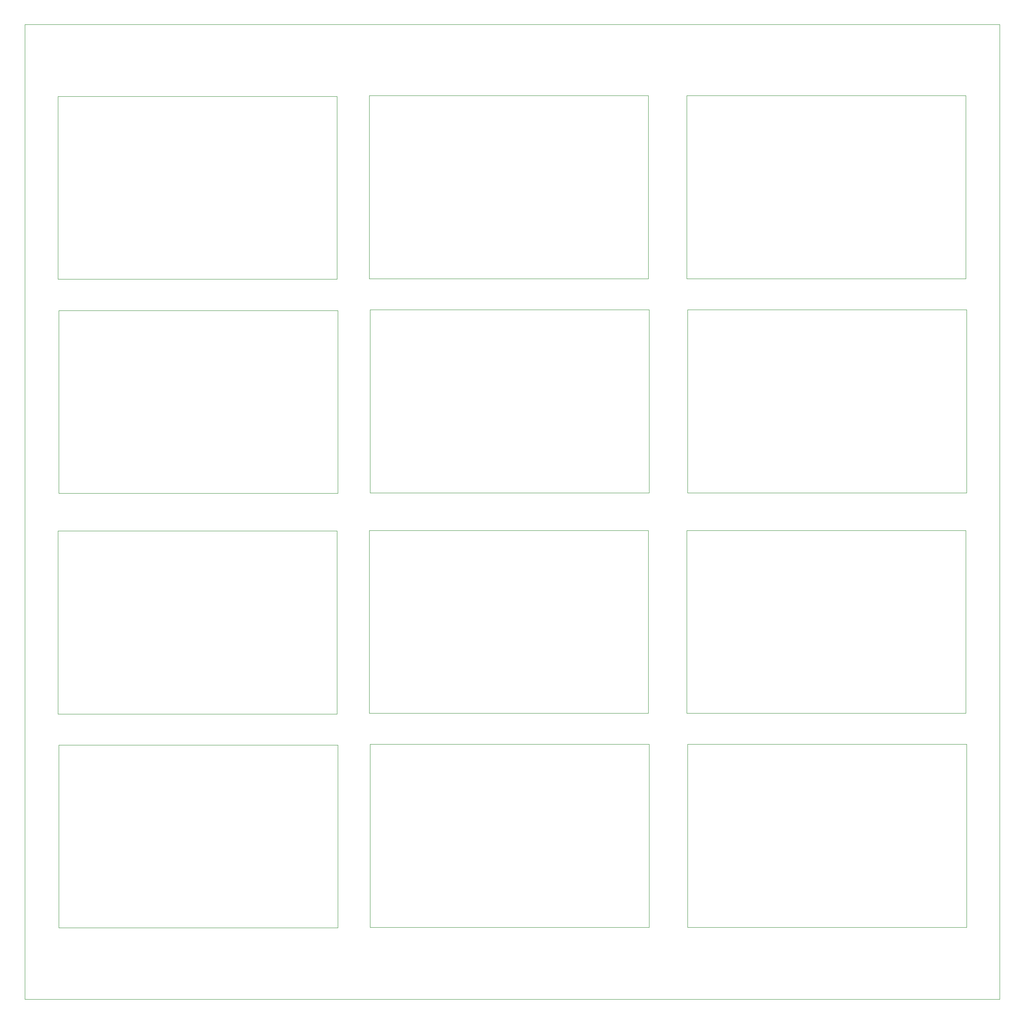
<source format=gbr>
G04 (created by PCBNEW (2013-07-07 BZR 4022)-stable) date 21/07/2014 09:22:51*
%MOIN*%
G04 Gerber Fmt 3.4, Leading zero omitted, Abs format*
%FSLAX34Y34*%
G01*
G70*
G90*
G04 APERTURE LIST*
%ADD10C,0.00590551*%
%ADD11C,0.00393701*%
G04 APERTURE END LIST*
G54D10*
G54D11*
X33630Y-46408D02*
X56130Y-46408D01*
X56130Y-46408D02*
X56130Y-61158D01*
X56130Y-61158D02*
X33630Y-61158D01*
X33630Y-61158D02*
X33630Y-60408D01*
X33630Y-46408D02*
X33630Y-61158D01*
X8530Y-46458D02*
X8530Y-61208D01*
X8530Y-61208D02*
X8530Y-60458D01*
X31030Y-61208D02*
X8530Y-61208D01*
X31030Y-46458D02*
X31030Y-61208D01*
X8530Y-46458D02*
X31030Y-46458D01*
X59230Y-46408D02*
X59230Y-61158D01*
X59230Y-61158D02*
X59230Y-60408D01*
X81730Y-61158D02*
X59230Y-61158D01*
X81730Y-46408D02*
X81730Y-61158D01*
X59230Y-46408D02*
X81730Y-46408D01*
X59293Y-63664D02*
X81793Y-63664D01*
X81793Y-63664D02*
X81793Y-78414D01*
X81793Y-78414D02*
X59293Y-78414D01*
X59293Y-78414D02*
X59293Y-77664D01*
X59293Y-63664D02*
X59293Y-78414D01*
X8593Y-63714D02*
X31093Y-63714D01*
X31093Y-63714D02*
X31093Y-78464D01*
X31093Y-78464D02*
X8593Y-78464D01*
X8593Y-78464D02*
X8593Y-77714D01*
X8593Y-63714D02*
X8593Y-78464D01*
X33693Y-63664D02*
X33693Y-78414D01*
X33693Y-78414D02*
X33693Y-77664D01*
X56193Y-78414D02*
X33693Y-78414D01*
X56193Y-63664D02*
X56193Y-78414D01*
X33693Y-63664D02*
X56193Y-63664D01*
X33693Y-28625D02*
X56193Y-28625D01*
X56193Y-28625D02*
X56193Y-43375D01*
X56193Y-43375D02*
X33693Y-43375D01*
X33693Y-43375D02*
X33693Y-42625D01*
X33693Y-28625D02*
X33693Y-43375D01*
X8593Y-28675D02*
X8593Y-43425D01*
X8593Y-43425D02*
X8593Y-42675D01*
X31093Y-43425D02*
X8593Y-43425D01*
X31093Y-28675D02*
X31093Y-43425D01*
X8593Y-28675D02*
X31093Y-28675D01*
X59293Y-28625D02*
X59293Y-43375D01*
X59293Y-43375D02*
X59293Y-42625D01*
X81793Y-43375D02*
X59293Y-43375D01*
X81793Y-28625D02*
X81793Y-43375D01*
X59293Y-28625D02*
X81793Y-28625D01*
X59230Y-11369D02*
X81730Y-11369D01*
X81730Y-11369D02*
X81730Y-26119D01*
X81730Y-26119D02*
X59230Y-26119D01*
X59230Y-26119D02*
X59230Y-25369D01*
X59230Y-11369D02*
X59230Y-26119D01*
X84443Y-5638D02*
X5843Y-5638D01*
X84443Y-84238D02*
X84443Y-5638D01*
X5843Y-84238D02*
X84443Y-84238D01*
X5843Y-5638D02*
X5843Y-84238D01*
X8530Y-11419D02*
X31030Y-11419D01*
X31030Y-11419D02*
X31030Y-26169D01*
X31030Y-26169D02*
X8530Y-26169D01*
X8530Y-26169D02*
X8530Y-25419D01*
X8530Y-11419D02*
X8530Y-26169D01*
X33630Y-11369D02*
X33630Y-26119D01*
X33630Y-26119D02*
X33630Y-25369D01*
X56130Y-26119D02*
X33630Y-26119D01*
X56130Y-11369D02*
X56130Y-26119D01*
X33630Y-11369D02*
X56130Y-11369D01*
M02*

</source>
